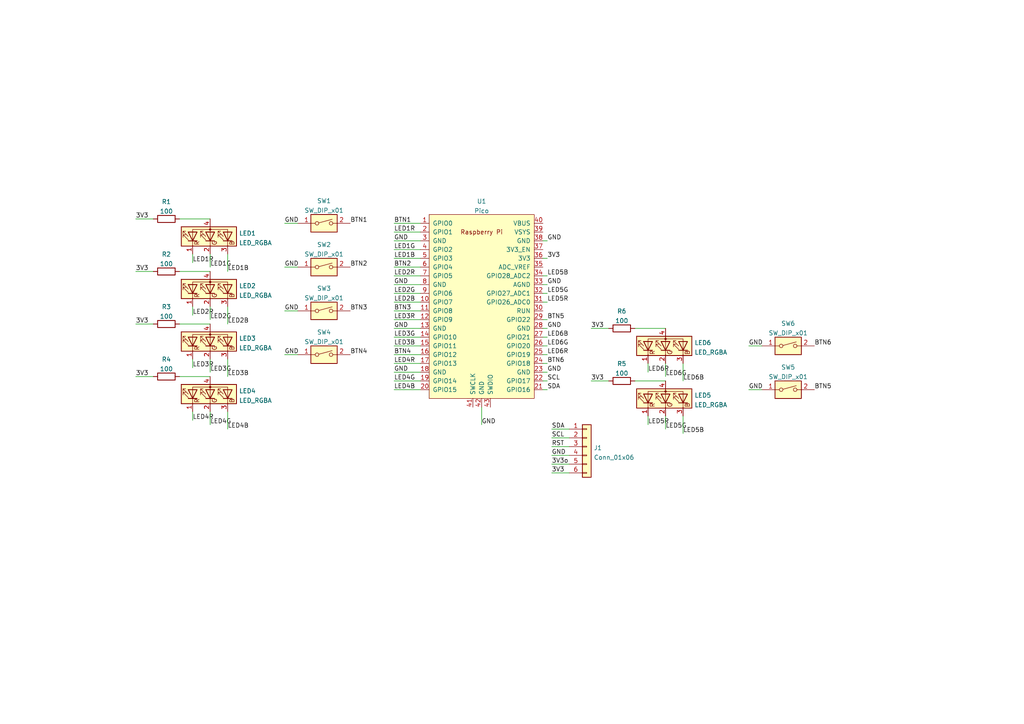
<source format=kicad_sch>
(kicad_sch (version 20211123) (generator eeschema)
  (paper "A4")
  (lib_symbols
    (symbol "Connector_Generic:Conn_01x06" (pin_names (offset 1.016) hide)
      (property "Reference" "J" (at 0 7.62 0))
      (property "Value" "Conn_01x06" (at 0 -10.16 0))
      (symbol "Conn_01x06_1_1"
        (rectangle (start -1.27 -7.493) (end 0 -7.747) (stroke (width 0.1524)))
        (rectangle (start -1.27 -4.953) (end 0 -5.207) (stroke (width 0.1524)))
        (rectangle (start -1.27 -2.413) (end 0 -2.667) (stroke (width 0.1524)))
        (rectangle (start -1.27 0.127) (end 0 -0.127) (stroke (width 0.1524)))
        (rectangle (start -1.27 2.667) (end 0 2.413) (stroke (width 0.1524)))
        (rectangle (start -1.27 5.207) (end 0 4.953) (stroke (width 0.1524)))
        (rectangle (start -1.27 6.35) (end 1.27 -8.89) (stroke (width 0.254)) (fill (type background)))
        (pin passive line (at -5.08 5.08 0) (length 3.81) (name "Pin_1") (number "1"))
        (pin passive line (at -5.08 2.54 0) (length 3.81) (name "Pin_2") (number "2"))
        (pin passive line (at -5.08 0 0) (length 3.81) (name "Pin_3") (number "3"))
        (pin passive line (at -5.08 -2.54 0) (length 3.81) (name "Pin_4") (number "4"))
        (pin passive line (at -5.08 -5.08 0) (length 3.81) (name "Pin_5") (number "5"))
        (pin passive line (at -5.08 -7.62 0) (length 3.81) (name "Pin_6") (number "6"))
      )
    )
    (symbol "Device:LED_RGBA" (pin_names (offset 0) hide)
      (property "Reference" "D" (at 0 9.398 0))
      (property "Value" "LED_RGBA" (at 0 -8.89 0))
      (symbol "LED_RGBA_0_0"
        (text "B" (at -1.905 -6.35 0) (effects (font (size 1.27 1.27))))
        (text "G" (at -1.905 -1.27 0) (effects (font (size 1.27 1.27))))
        (text "R" (at -1.905 3.81 0) (effects (font (size 1.27 1.27))))
      )
      (symbol "LED_RGBA_0_1"
        (polyline (pts (xy -1.27 -5.08) (xy -2.54 -5.08)))
        (polyline (pts (xy -1.27 -5.08) (xy 1.27 -5.08)))
        (polyline (pts (xy -1.27 -3.81) (xy -1.27 -6.35)) (stroke (width 0.254)))
        (polyline (pts (xy -1.27 0) (xy -2.54 0)))
        (polyline (pts (xy -1.27 1.27) (xy -1.27 -1.27)) (stroke (width 0.254)))
        (polyline (pts (xy -1.27 5.08) (xy -2.54 5.08)))
        (polyline (pts (xy -1.27 5.08) (xy 1.27 5.08)))
        (polyline (pts (xy -1.27 6.35) (xy -1.27 3.81)) (stroke (width 0.254)))
        (polyline (pts (xy 1.27 0) (xy -1.27 0)))
        (polyline (pts (xy 1.27 0) (xy 2.54 0)))
        (polyline (pts (xy -1.27 1.27) (xy -1.27 -1.27) (xy -1.27 -1.27)))
        (polyline (pts (xy -1.27 6.35) (xy -1.27 3.81) (xy -1.27 3.81)))
        (polyline (pts (xy 1.27 -5.08) (xy 2.032 -5.08) (xy 2.032 5.08) (xy 1.27 5.08)))
        (polyline (pts (xy 1.27 -3.81) (xy 1.27 -6.35) (xy -1.27 -5.08) (xy 1.27 -3.81)) (stroke (width 0.254)))
        (polyline (pts (xy 1.27 1.27) (xy 1.27 -1.27) (xy -1.27 0) (xy 1.27 1.27)) (stroke (width 0.254)))
        (polyline (pts (xy 1.27 6.35) (xy 1.27 3.81) (xy -1.27 5.08) (xy 1.27 6.35)) (stroke (width 0.254)))
        (polyline (pts (xy -1.016 -3.81) (xy 0.508 -2.286) (xy -0.254 -2.286) (xy 0.508 -2.286) (xy 0.508 -3.048)))
        (polyline (pts (xy -1.016 1.27) (xy 0.508 2.794) (xy -0.254 2.794) (xy 0.508 2.794) (xy 0.508 2.032)))
        (polyline (pts (xy -1.016 6.35) (xy 0.508 7.874) (xy -0.254 7.874) (xy 0.508 7.874) (xy 0.508 7.112)))
        (polyline (pts (xy 0 -3.81) (xy 1.524 -2.286) (xy 0.762 -2.286) (xy 1.524 -2.286) (xy 1.524 -3.048)))
        (polyline (pts (xy 0 1.27) (xy 1.524 2.794) (xy 0.762 2.794) (xy 1.524 2.794) (xy 1.524 2.032)))
        (polyline (pts (xy 0 6.35) (xy 1.524 7.874) (xy 0.762 7.874) (xy 1.524 7.874) (xy 1.524 7.112)))
        (rectangle (start 1.27 -1.27) (end 1.27 1.27))
        (rectangle (start 1.27 1.27) (end 1.27 1.27))
        (rectangle (start 1.27 3.81) (end 1.27 6.35))
        (rectangle (start 1.27 6.35) (end 1.27 6.35))
        (circle (center 2.032 0) (radius 0.254) (fill (type outline)))
        (rectangle (start 2.794 8.382) (end -2.794 -7.62) (stroke (width 0.254)) (fill (type background)))
      )
      (symbol "LED_RGBA_1_1"
        (pin passive line (at -5.08 5.08 0) (length 2.54) (name "RK") (number "1"))
        (pin passive line (at -5.08 0 0) (length 2.54) (name "GK") (number "2"))
        (pin passive line (at -5.08 -5.08 0) (length 2.54) (name "BK") (number "3"))
        (pin passive line (at 5.08 0 180) (length 2.54) (name "A") (number "4"))
      )
    )
    (symbol "Device:R" (pin_numbers hide) (pin_names (offset 0))
      (property "Reference" "R" (at 2.032 0 90))
      (property "Value" "R" (at 0 0 90))
      (symbol "R_0_1"
        (rectangle (start -1.016 -2.54) (end 1.016 2.54) (stroke (width 0.254)))
      )
      (symbol "R_1_1"
        (pin passive line (at 0 3.81 270) (length 1.27) (name "~") (number "1"))
        (pin passive line (at 0 -3.81 90) (length 1.27) (name "~") (number "2"))
      )
    )
    (symbol "Raspberry-Pi:Pico" (pin_names (offset 1.016))
      (property "Reference" "U" (at -13.97 27.94 0))
      (property "Value" "Pico" (at 0 19.05 0))
      (symbol "Pico_0_0"
        (text "Raspberry Pi" (at 0 21.59 0) (effects (font (size 1.27 1.27))))
      )
      (symbol "Pico_0_1"
        (rectangle (start -15.24 26.67) (end 15.24 -26.67) (fill (type background)))
      )
      (symbol "Pico_1_1"
        (pin bidirectional line (at -17.78 24.13 0) (length 2.54) (name "GPIO0") (number "1"))
        (pin bidirectional line (at -17.78 1.27 0) (length 2.54) (name "GPIO7") (number "10"))
        (pin bidirectional line (at -17.78 -1.27 0) (length 2.54) (name "GPIO8") (number "11"))
        (pin bidirectional line (at -17.78 -3.81 0) (length 2.54) (name "GPIO9") (number "12"))
        (pin power_in line (at -17.78 -6.35 0) (length 2.54) (name "GND") (number "13"))
        (pin bidirectional line (at -17.78 -8.89 0) (length 2.54) (name "GPIO10") (number "14"))
        (pin bidirectional line (at -17.78 -11.43 0) (length 2.54) (name "GPIO11") (number "15"))
        (pin bidirectional line (at -17.78 -13.97 0) (length 2.54) (name "GPIO12") (number "16"))
        (pin bidirectional line (at -17.78 -16.51 0) (length 2.54) (name "GPIO13") (number "17"))
        (pin power_in line (at -17.78 -19.05 0) (length 2.54) (name "GND") (number "18"))
        (pin bidirectional line (at -17.78 -21.59 0) (length 2.54) (name "GPIO14") (number "19"))
        (pin bidirectional line (at -17.78 21.59 0) (length 2.54) (name "GPIO1") (number "2"))
        (pin bidirectional line (at -17.78 -24.13 0) (length 2.54) (name "GPIO15") (number "20"))
        (pin bidirectional line (at 17.78 -24.13 180) (length 2.54) (name "GPIO16") (number "21"))
        (pin bidirectional line (at 17.78 -21.59 180) (length 2.54) (name "GPIO17") (number "22"))
        (pin power_in line (at 17.78 -19.05 180) (length 2.54) (name "GND") (number "23"))
        (pin bidirectional line (at 17.78 -16.51 180) (length 2.54) (name "GPIO18") (number "24"))
        (pin bidirectional line (at 17.78 -13.97 180) (length 2.54) (name "GPIO19") (number "25"))
        (pin bidirectional line (at 17.78 -11.43 180) (length 2.54) (name "GPIO20") (number "26"))
        (pin bidirectional line (at 17.78 -8.89 180) (length 2.54) (name "GPIO21") (number "27"))
        (pin power_in line (at 17.78 -6.35 180) (length 2.54) (name "GND") (number "28"))
        (pin bidirectional line (at 17.78 -3.81 180) (length 2.54) (name "GPIO22") (number "29"))
        (pin power_in line (at -17.78 19.05 0) (length 2.54) (name "GND") (number "3"))
        (pin input line (at 17.78 -1.27 180) (length 2.54) (name "RUN") (number "30"))
        (pin bidirectional line (at 17.78 1.27 180) (length 2.54) (name "GPIO26_ADC0") (number "31"))
        (pin bidirectional line (at 17.78 3.81 180) (length 2.54) (name "GPIO27_ADC1") (number "32"))
        (pin power_in line (at 17.78 6.35 180) (length 2.54) (name "AGND") (number "33"))
        (pin bidirectional line (at 17.78 8.89 180) (length 2.54) (name "GPIO28_ADC2") (number "34"))
        (pin unspecified line (at 17.78 11.43 180) (length 2.54) (name "ADC_VREF") (number "35"))
        (pin unspecified line (at 17.78 13.97 180) (length 2.54) (name "3V3") (number "36"))
        (pin input line (at 17.78 16.51 180) (length 2.54) (name "3V3_EN") (number "37"))
        (pin bidirectional line (at 17.78 19.05 180) (length 2.54) (name "GND") (number "38"))
        (pin unspecified line (at 17.78 21.59 180) (length 2.54) (name "VSYS") (number "39"))
        (pin bidirectional line (at -17.78 16.51 0) (length 2.54) (name "GPIO2") (number "4"))
        (pin unspecified line (at 17.78 24.13 180) (length 2.54) (name "VBUS") (number "40"))
        (pin input line (at -2.54 -29.21 90) (length 2.54) (name "SWCLK") (number "41"))
        (pin power_in line (at 0 -29.21 90) (length 2.54) (name "GND") (number "42"))
        (pin bidirectional line (at 2.54 -29.21 90) (length 2.54) (name "SWDIO") (number "43"))
        (pin bidirectional line (at -17.78 13.97 0) (length 2.54) (name "GPIO3") (number "5"))
        (pin bidirectional line (at -17.78 11.43 0) (length 2.54) (name "GPIO4") (number "6"))
        (pin bidirectional line (at -17.78 8.89 0) (length 2.54) (name "GPIO5") (number "7"))
        (pin power_in line (at -17.78 6.35 0) (length 2.54) (name "GND") (number "8"))
        (pin bidirectional line (at -17.78 3.81 0) (length 2.54) (name "GPIO6") (number "9"))
      )
    )
    (symbol "Switch:SW_DIP_x01" (pin_names (offset 0) hide)
      (property "Reference" "SW" (at 0 3.81 0))
      (property "Value" "SW_DIP_x01" (at 0 -3.81 0))
      (symbol "SW_DIP_x01_0_0"
        (circle (center -2.032 0) (radius 0.508))
        (polyline (pts (xy -1.524 0.127) (xy 2.3622 1.1684)))
        (circle (center 2.032 0) (radius 0.508))
      )
      (symbol "SW_DIP_x01_0_1"
        (rectangle (start -3.81 2.54) (end 3.81 -2.54) (stroke (width 0.254)) (fill (type background)))
      )
      (symbol "SW_DIP_x01_1_1"
        (pin passive line (at -7.62 0 0) (length 5.08) (name "~") (number "1"))
        (pin passive line (at 7.62 0 180) (length 5.08) (name "~") (number "2"))
      )
    )
  )
  (wire (pts (xy 82.55 102.87) (xy 86.36 102.87)))
  (wire (pts (xy 158.75 107.95) (xy 157.48 107.95)))
  (wire (pts (xy 158.75 82.55) (xy 157.48 82.55)))
  (wire (pts (xy 114.3 102.87) (xy 121.92 102.87)))
  (wire (pts (xy 157.48 80.01) (xy 158.75 80.01)))
  (wire (pts (xy 157.48 100.33) (xy 158.75 100.33)))
  (wire (pts (xy 157.48 97.79) (xy 158.75 97.79)))
  (wire (pts (xy 160.02 124.46) (xy 165.1 124.46)))
  (wire (pts (xy 114.3 85.09) (xy 121.92 85.09)))
  (wire (pts (xy 52.07 93.98) (xy 60.96 93.98)))
  (wire (pts (xy 114.3 74.93) (xy 121.92 74.93)))
  (wire (pts (xy 158.75 74.93) (xy 157.48 74.93)))
  (wire (pts (xy 60.96 104.14) (xy 60.96 107.95)))
  (wire (pts (xy 187.96 105.41) (xy 187.96 107.95)))
  (wire (pts (xy 193.04 105.41) (xy 193.04 109.22)))
  (wire (pts (xy 157.48 95.25) (xy 158.75 95.25)))
  (wire (pts (xy 157.48 110.49) (xy 158.75 110.49)))
  (wire (pts (xy 55.88 119.38) (xy 55.88 121.92)))
  (wire (pts (xy 160.02 132.08) (xy 165.1 132.08)))
  (wire (pts (xy 55.88 73.66) (xy 55.88 76.2)))
  (wire (pts (xy 217.17 100.33) (xy 220.98 100.33)))
  (wire (pts (xy 114.3 82.55) (xy 121.92 82.55)))
  (wire (pts (xy 60.96 88.9) (xy 60.96 92.71)))
  (wire (pts (xy 52.07 63.5) (xy 60.96 63.5)))
  (wire (pts (xy 66.04 88.9) (xy 66.04 93.98)))
  (wire (pts (xy 139.7 118.11) (xy 139.7 123.19)))
  (wire (pts (xy 39.37 93.98) (xy 44.45 93.98)))
  (wire (pts (xy 171.45 110.49) (xy 176.53 110.49)))
  (wire (pts (xy 160.02 134.62) (xy 165.1 134.62)))
  (wire (pts (xy 198.12 105.41) (xy 198.12 110.49)))
  (wire (pts (xy 160.02 137.16) (xy 165.1 137.16)))
  (wire (pts (xy 157.48 87.63) (xy 158.75 87.63)))
  (wire (pts (xy 114.3 64.77) (xy 121.92 64.77)))
  (wire (pts (xy 39.37 109.22) (xy 44.45 109.22)))
  (wire (pts (xy 114.3 87.63) (xy 121.92 87.63)))
  (wire (pts (xy 114.3 92.71) (xy 121.92 92.71)))
  (wire (pts (xy 157.48 113.03) (xy 158.75 113.03)))
  (wire (pts (xy 171.45 95.25) (xy 176.53 95.25)))
  (wire (pts (xy 82.55 90.17) (xy 86.36 90.17)))
  (wire (pts (xy 160.02 129.54) (xy 165.1 129.54)))
  (wire (pts (xy 66.04 119.38) (xy 66.04 124.46)))
  (wire (pts (xy 184.15 110.49) (xy 193.04 110.49)))
  (wire (pts (xy 55.88 88.9) (xy 55.88 91.44)))
  (wire (pts (xy 39.37 63.5) (xy 44.45 63.5)))
  (wire (pts (xy 114.3 113.03) (xy 121.92 113.03)))
  (wire (pts (xy 114.3 77.47) (xy 121.92 77.47)))
  (wire (pts (xy 82.55 64.77) (xy 86.36 64.77)))
  (wire (pts (xy 187.96 120.65) (xy 187.96 123.19)))
  (wire (pts (xy 184.15 95.25) (xy 193.04 95.25)))
  (wire (pts (xy 114.3 97.79) (xy 121.92 97.79)))
  (wire (pts (xy 66.04 73.66) (xy 66.04 78.74)))
  (wire (pts (xy 114.3 90.17) (xy 121.92 90.17)))
  (wire (pts (xy 52.07 78.74) (xy 60.96 78.74)))
  (wire (pts (xy 60.96 73.66) (xy 60.96 77.47)))
  (wire (pts (xy 66.04 104.14) (xy 66.04 109.22)))
  (wire (pts (xy 39.37 78.74) (xy 44.45 78.74)))
  (wire (pts (xy 193.04 120.65) (xy 193.04 124.46)))
  (wire (pts (xy 114.3 105.41) (xy 121.92 105.41)))
  (wire (pts (xy 60.96 119.38) (xy 60.96 123.19)))
  (wire (pts (xy 114.3 67.31) (xy 121.92 67.31)))
  (wire (pts (xy 114.3 110.49) (xy 121.92 110.49)))
  (wire (pts (xy 160.02 127) (xy 165.1 127)))
  (wire (pts (xy 114.3 100.33) (xy 121.92 100.33)))
  (wire (pts (xy 114.3 69.85) (xy 121.92 69.85)))
  (wire (pts (xy 157.48 85.09) (xy 158.75 85.09)))
  (wire (pts (xy 158.75 69.85) (xy 157.48 69.85)))
  (wire (pts (xy 82.55 77.47) (xy 86.36 77.47)))
  (wire (pts (xy 157.48 92.71) (xy 158.75 92.71)))
  (wire (pts (xy 157.48 102.87) (xy 158.75 102.87)))
  (wire (pts (xy 198.12 120.65) (xy 198.12 125.73)))
  (wire (pts (xy 55.88 104.14) (xy 55.88 106.68)))
  (wire (pts (xy 217.17 113.03) (xy 220.98 113.03)))
  (wire (pts (xy 157.48 105.41) (xy 158.75 105.41)))
  (wire (pts (xy 114.3 107.95) (xy 121.92 107.95)))
  (wire (pts (xy 114.3 95.25) (xy 121.92 95.25)))
  (wire (pts (xy 52.07 109.22) (xy 60.96 109.22)))
  (wire (pts (xy 114.3 72.39) (xy 121.92 72.39)))
  (wire (pts (xy 114.3 80.01) (xy 121.92 80.01)))
  (label "BTN3" (at 114.3 90.17 0))
  (label "LED2B" (at 66.04 93.98 0))
  (label "LED4G" (at 60.96 123.19 0))
  (label "3V3" (at 39.37 63.5 0))
  (label "LED4R" (at 114.3 105.41 0))
  (label "LED1G" (at 60.96 77.47 0))
  (label "SDA" (at 158.75 113.03 0))
  (label "RST" (at 160.02 129.54 0))
  (label "3V3" (at 39.37 93.98 0))
  (label "3V3" (at 158.75 74.93 0))
  (label "BTN5" (at 158.75 92.71 0))
  (label "LED6B" (at 198.12 110.49 0))
  (label "SCL" (at 158.75 110.49 0))
  (label "LED1B" (at 114.3 74.93 0))
  (label "LED1R" (at 114.3 67.31 0))
  (label "GND" (at 217.17 113.03 0))
  (label "BTN3" (at 101.6 90.17 0))
  (label "GND" (at 158.75 82.55 0))
  (label "3V3" (at 171.45 95.25 0))
  (label "3V3o" (at 160.02 134.62 0))
  (label "GND" (at 139.7 123.19 0))
  (label "GND" (at 114.3 82.55 0))
  (label "LED4R" (at 55.88 121.92 0))
  (label "SDA" (at 160.02 124.46 0))
  (label "BTN2" (at 101.6 77.47 0))
  (label "LED4B" (at 66.04 124.46 0))
  (label "GND" (at 114.3 69.85 0))
  (label "BTN2" (at 114.3 77.47 0))
  (label "LED1G" (at 114.3 72.39 0))
  (label "GND" (at 217.17 100.33 0))
  (label "LED2G" (at 114.3 85.09 0))
  (label "GND" (at 114.3 107.95 0))
  (label "GND" (at 114.3 95.25 0))
  (label "GND" (at 82.55 102.87 0))
  (label "GND" (at 82.55 77.47 0))
  (label "LED2B" (at 114.3 87.63 0))
  (label "GND" (at 158.75 69.85 0))
  (label "LED3B" (at 114.3 100.33 0))
  (label "LED6G" (at 158.75 100.33 0))
  (label "LED3R" (at 114.3 92.71 0))
  (label "BTN4" (at 101.6 102.87 0))
  (label "BTN1" (at 101.6 64.77 0))
  (label "BTN1" (at 114.3 64.77 0))
  (label "LED5R" (at 187.96 123.19 0))
  (label "LED2R" (at 114.3 80.01 0))
  (label "3V3" (at 171.45 110.49 0))
  (label "LED6B" (at 158.75 97.79 0))
  (label "LED3G" (at 60.96 107.95 0))
  (label "3V3" (at 39.37 78.74 0))
  (label "GND" (at 82.55 64.77 0))
  (label "GND" (at 158.75 95.25 0))
  (label "LED5B" (at 158.75 80.01 0))
  (label "LED3G" (at 114.3 97.79 0))
  (label "GND" (at 158.75 107.95 0))
  (label "LED1B" (at 66.04 78.74 0))
  (label "LED5B" (at 198.12 125.73 0))
  (label "LED6R" (at 187.96 107.95 0))
  (label "LED5G" (at 158.75 85.09 0))
  (label "LED5G" (at 193.04 124.46 0))
  (label "BTN4" (at 114.3 102.87 0))
  (label "LED6G" (at 193.04 109.22 0))
  (label "GND" (at 160.02 132.08 0))
  (label "LED1R" (at 55.88 76.2 0))
  (label "LED4B" (at 114.3 113.03 0))
  (label "LED2R" (at 55.88 91.44 0))
  (label "3V3" (at 39.37 109.22 0))
  (label "BTN5" (at 236.22 113.03 0))
  (label "3V3" (at 160.02 137.16 0))
  (label "LED4G" (at 114.3 110.49 0))
  (label "LED2G" (at 60.96 92.71 0))
  (label "BTN6" (at 158.75 105.41 0))
  (label "SCL" (at 160.02 127 0))
  (label "GND" (at 82.55 90.17 0))
  (label "LED3R" (at 55.88 106.68 0))
  (label "BTN6" (at 236.22 100.33 0))
  (label "LED5R" (at 158.75 87.63 0))
  (label "LED3B" (at 66.04 109.22 0))
  (label "LED6R" (at 158.75 102.87 0))
  (symbol (lib_id "Switch:SW_DIP_x01") (at 93.98 102.87 0) (unit 1)
    (property "Reference" "SW4" (at 93.98 96.3635 0))
    (property "Value" "SW_DIP_x01" (at 93.98 99.1386 0))
    (property "Footprint" "Library:SW_Cherry_MX_1.00u_PCB_LEDHole" (effects hide))
  )
  (symbol (lib_id "Switch:SW_DIP_x01") (at 228.6 100.33 0) (unit 1)
    (property "Reference" "SW6" (at 228.6 93.8235 0))
    (property "Value" "SW_DIP_x01" (at 228.6 96.5986 0))
    (property "Footprint" "Library:SW_Cherry_MX_1.00u_PCB_LEDHole" (effects hide))
  )
  (symbol (lib_id "Device:LED_RGBA") (at 60.96 99.06 90) (unit 1)
    (property "Reference" "LED3" (at 69.342 98.1515 90) (effects (justify right)))
    (property "Value" "LED_RGBA" (at 69.342 100.9266 90) (effects (justify right)))
    (property "Footprint" "Library:1.5mmRGBALED" (effects hide))
  )
  (symbol (lib_id "Switch:SW_DIP_x01") (at 93.98 77.47 0) (unit 1)
    (property "Reference" "SW2" (at 93.98 70.9635 0))
    (property "Value" "SW_DIP_x01" (at 93.98 73.7386 0))
    (property "Footprint" "Library:SW_Cherry_MX_1.00u_PCB_LEDHole" (effects hide))
  )
  (symbol (lib_id "Switch:SW_DIP_x01") (at 93.98 64.77 0) (unit 1)
    (property "Reference" "SW1" (at 93.98 58.2635 0))
    (property "Value" "SW_DIP_x01" (at 93.98 61.0386 0))
    (property "Footprint" "Library:SW_Cherry_MX_1.00u_PCB_LEDHole" (effects hide))
  )
  (symbol (lib_id "Device:R") (at 48.26 93.98 90) (unit 1)
    (property "Reference" "R3" (at 48.26 88.9975 90))
    (property "Value" "100" (at 48.26 91.7726 90))
    (property "Footprint" "Resistor_SMD:R_0402_1005Metric" (effects hide))
    (property "LCSC" "C25076" (effects hide))
  )
  (symbol (lib_id "Switch:SW_DIP_x01") (at 93.98 90.17 0) (unit 1)
    (property "Reference" "SW3" (at 93.98 83.6635 0))
    (property "Value" "SW_DIP_x01" (at 93.98 86.4386 0))
    (property "Footprint" "Library:SW_Cherry_MX_1.00u_PCB_LEDHole" (effects hide))
  )
  (symbol (lib_id "Device:LED_RGBA") (at 60.96 68.58 90) (unit 1)
    (property "Reference" "LED1" (at 69.342 67.6715 90) (effects (justify right)))
    (property "Value" "LED_RGBA" (at 69.342 70.4466 90) (effects (justify right)))
    (property "Footprint" "Library:1.5mmRGBALED" (effects hide))
  )
  (symbol (lib_id "Device:R") (at 48.26 63.5 90) (unit 1)
    (property "Reference" "R1" (at 48.26 58.5175 90))
    (property "Value" "100" (at 48.26 61.2926 90))
    (property "Footprint" "Resistor_SMD:R_0402_1005Metric" (effects hide))
    (property "LCSC" "C25076" (effects hide))
  )
  (symbol (lib_id "Device:R") (at 48.26 109.22 90) (unit 1)
    (property "Reference" "R4" (at 48.26 104.2375 90))
    (property "Value" "100" (at 48.26 107.0126 90))
    (property "Footprint" "Resistor_SMD:R_0402_1005Metric" (effects hide))
    (property "LCSC" "C25076" (effects hide))
  )
  (symbol (lib_id "Device:LED_RGBA") (at 193.04 100.33 90) (unit 1)
    (property "Reference" "LED6" (at 201.422 99.4215 90) (effects (justify right)))
    (property "Value" "LED_RGBA" (at 201.422 102.1966 90) (effects (justify right)))
    (property "Footprint" "Library:1.5mmRGBALED" (effects hide))
  )
  (symbol (lib_id "Device:LED_RGBA") (at 193.04 115.57 90) (unit 1)
    (property "Reference" "LED5" (at 201.422 114.6615 90) (effects (justify right)))
    (property "Value" "LED_RGBA" (at 201.422 117.4366 90) (effects (justify right)))
    (property "Footprint" "Library:1.5mmRGBALED" (effects hide))
  )
  (symbol (lib_id "Device:R") (at 180.34 95.25 90) (unit 1)
    (property "Reference" "R6" (at 180.34 90.2675 90))
    (property "Value" "100" (at 180.34 93.0426 90))
    (property "Footprint" "Resistor_SMD:R_0402_1005Metric" (effects hide))
    (property "LCSC" "C25076" (effects hide))
  )
  (symbol (lib_id "Device:LED_RGBA") (at 60.96 114.3 90) (unit 1)
    (property "Reference" "LED4" (at 69.342 113.3915 90) (effects (justify right)))
    (property "Value" "LED_RGBA" (at 69.342 116.1666 90) (effects (justify right)))
    (property "Footprint" "Library:1.5mmRGBALED" (effects hide))
  )
  (symbol (lib_id "Raspberry-Pi:Pico") (at 139.7 88.9 0) (unit 1)
    (property "Reference" "U1" (at 139.7 58.3905 0))
    (property "Value" "Pico" (at 139.7 61.1656 0))
    (property "Footprint" "Pi-Pico:RPi_Pico_SMD" (effects hide))
  )
  (symbol (lib_id "Device:LED_RGBA") (at 60.96 83.82 90) (unit 1)
    (property "Reference" "LED2" (at 69.342 82.9115 90) (effects (justify right)))
    (property "Value" "LED_RGBA" (at 69.342 85.6866 90) (effects (justify right)))
    (property "Footprint" "Library:1.5mmRGBALED" (effects hide))
  )
  (symbol (lib_id "Connector_Generic:Conn_01x06") (at 170.18 129.54 0) (unit 1)
    (property "Reference" "J1" (at 172.212 129.9015 0) (effects (justify left)))
    (property "Value" "Conn_01x06" (at 172.212 132.6766 0) (effects (justify left)))
    (property "Footprint" "Connector_PinHeader_2.54mm:PinHeader_1x06_P2.54mm_Vertical" (effects hide))
  )
  (symbol (lib_id "Device:R") (at 180.34 110.49 90) (unit 1)
    (property "Reference" "R5" (at 180.34 105.5075 90))
    (property "Value" "100" (at 180.34 108.2826 90))
    (property "Footprint" "Resistor_SMD:R_0402_1005Metric" (effects hide))
    (property "LCSC" "C25076" (effects hide))
  )
  (symbol (lib_id "Switch:SW_DIP_x01") (at 228.6 113.03 0) (unit 1)
    (property "Reference" "SW5" (at 228.6 106.5235 0))
    (property "Value" "SW_DIP_x01" (at 228.6 109.2986 0))
    (property "Footprint" "Library:SW_Cherry_MX_1.00u_PCB_LEDHole" (effects hide))
  )
  (symbol (lib_id "Device:R") (at 48.26 78.74 90) (unit 1)
    (property "Reference" "R2" (at 48.26 73.7575 90))
    (property "Value" "100" (at 48.26 76.5326 90))
    (property "Footprint" "Resistor_SMD:R_0402_1005Metric" (effects hide))
    (property "LCSC" "C25076" (effects hide))
  )
)
</source>
